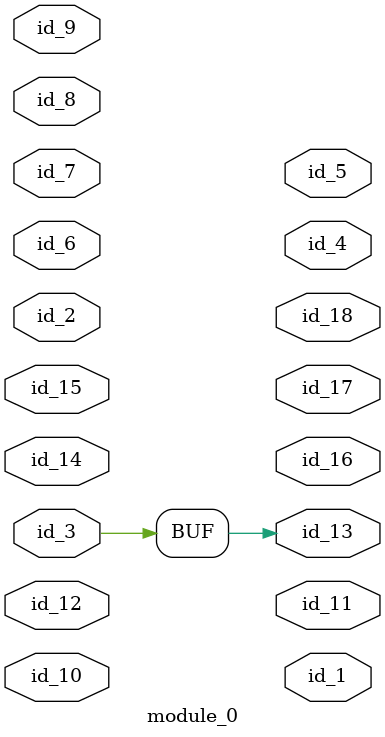
<source format=v>
`timescale 1 ps / 1 ps
module module_0 (
    id_1,
    id_2,
    id_3,
    id_4,
    id_5,
    id_6,
    id_7,
    id_8,
    id_9,
    id_10,
    id_11,
    id_12,
    id_13,
    id_14,
    id_15,
    id_16,
    id_17,
    id_18
);
  output id_18;
  output id_17;
  output id_16;
  input id_15;
  inout id_14;
  output id_13;
  inout id_12;
  output id_11;
  inout id_10;
  input id_9;
  input id_8;
  input id_7;
  inout id_6;
  output id_5;
  output id_4;
  inout id_3;
  inout id_2;
  output id_1;
  always @(1) begin
    id_13 <= id_3;
  end
endmodule

</source>
